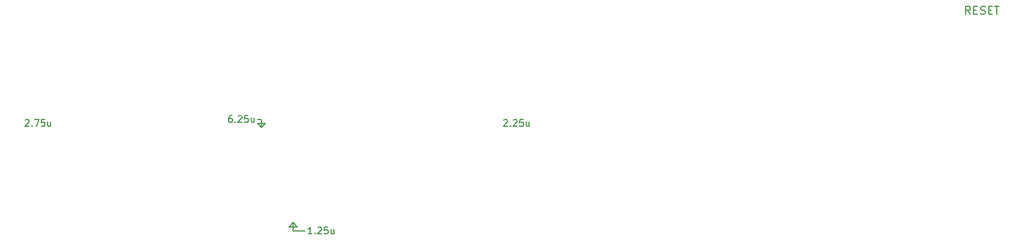
<source format=gbr>
%TF.GenerationSoftware,KiCad,Pcbnew,7.0.1*%
%TF.CreationDate,2023-03-27T00:20:16-04:00*%
%TF.ProjectId,3DP-FR4-hotswap-plate-ANSI,3344502d-4652-4342-9d68-6f7473776170,rev?*%
%TF.SameCoordinates,Original*%
%TF.FileFunction,Legend,Top*%
%TF.FilePolarity,Positive*%
%FSLAX46Y46*%
G04 Gerber Fmt 4.6, Leading zero omitted, Abs format (unit mm)*
G04 Created by KiCad (PCBNEW 7.0.1) date 2023-03-27 00:20:16*
%MOMM*%
%LPD*%
G01*
G04 APERTURE LIST*
%ADD10C,0.150000*%
%ADD11C,0.200000*%
G04 APERTURE END LIST*
D10*
X133111540Y-135461019D02*
X134302166Y-135461019D01*
X138469357Y-151534470D02*
X140255296Y-151534470D01*
X134302166Y-135461019D02*
X133706853Y-136056332D01*
X133706853Y-136056332D02*
X133111540Y-135461019D01*
X139064670Y-150939157D02*
X137874044Y-150939157D01*
X137874044Y-150939157D02*
X138469357Y-150343844D01*
X138469357Y-150343844D02*
X138469357Y-151534470D01*
X138469357Y-150343844D02*
X139064670Y-150939157D01*
X133706853Y-134865706D02*
X133111540Y-134865706D01*
X133706853Y-136056332D02*
X133706853Y-134865706D01*
X98440754Y-135018876D02*
X98488373Y-134971257D01*
X98488373Y-134971257D02*
X98583611Y-134923638D01*
X98583611Y-134923638D02*
X98821706Y-134923638D01*
X98821706Y-134923638D02*
X98916944Y-134971257D01*
X98916944Y-134971257D02*
X98964563Y-135018876D01*
X98964563Y-135018876D02*
X99012182Y-135114114D01*
X99012182Y-135114114D02*
X99012182Y-135209352D01*
X99012182Y-135209352D02*
X98964563Y-135352209D01*
X98964563Y-135352209D02*
X98393135Y-135923638D01*
X98393135Y-135923638D02*
X99012182Y-135923638D01*
X99440754Y-135828399D02*
X99488373Y-135876019D01*
X99488373Y-135876019D02*
X99440754Y-135923638D01*
X99440754Y-135923638D02*
X99393135Y-135876019D01*
X99393135Y-135876019D02*
X99440754Y-135828399D01*
X99440754Y-135828399D02*
X99440754Y-135923638D01*
X99821706Y-134923638D02*
X100488372Y-134923638D01*
X100488372Y-134923638D02*
X100059801Y-135923638D01*
X101345515Y-134923638D02*
X100869325Y-134923638D01*
X100869325Y-134923638D02*
X100821706Y-135399828D01*
X100821706Y-135399828D02*
X100869325Y-135352209D01*
X100869325Y-135352209D02*
X100964563Y-135304590D01*
X100964563Y-135304590D02*
X101202658Y-135304590D01*
X101202658Y-135304590D02*
X101297896Y-135352209D01*
X101297896Y-135352209D02*
X101345515Y-135399828D01*
X101345515Y-135399828D02*
X101393134Y-135495066D01*
X101393134Y-135495066D02*
X101393134Y-135733161D01*
X101393134Y-135733161D02*
X101345515Y-135828399D01*
X101345515Y-135828399D02*
X101297896Y-135876019D01*
X101297896Y-135876019D02*
X101202658Y-135923638D01*
X101202658Y-135923638D02*
X100964563Y-135923638D01*
X100964563Y-135923638D02*
X100869325Y-135876019D01*
X100869325Y-135876019D02*
X100821706Y-135828399D01*
X102250277Y-135256971D02*
X102250277Y-135923638D01*
X101821706Y-135256971D02*
X101821706Y-135780780D01*
X101821706Y-135780780D02*
X101869325Y-135876019D01*
X101869325Y-135876019D02*
X101964563Y-135923638D01*
X101964563Y-135923638D02*
X102107420Y-135923638D01*
X102107420Y-135923638D02*
X102202658Y-135876019D01*
X102202658Y-135876019D02*
X102250277Y-135828399D01*
D11*
X239557143Y-119155142D02*
X239157143Y-118583714D01*
X238871429Y-119155142D02*
X238871429Y-117955142D01*
X238871429Y-117955142D02*
X239328572Y-117955142D01*
X239328572Y-117955142D02*
X239442857Y-118012285D01*
X239442857Y-118012285D02*
X239500000Y-118069428D01*
X239500000Y-118069428D02*
X239557143Y-118183714D01*
X239557143Y-118183714D02*
X239557143Y-118355142D01*
X239557143Y-118355142D02*
X239500000Y-118469428D01*
X239500000Y-118469428D02*
X239442857Y-118526571D01*
X239442857Y-118526571D02*
X239328572Y-118583714D01*
X239328572Y-118583714D02*
X238871429Y-118583714D01*
X240071429Y-118526571D02*
X240471429Y-118526571D01*
X240642857Y-119155142D02*
X240071429Y-119155142D01*
X240071429Y-119155142D02*
X240071429Y-117955142D01*
X240071429Y-117955142D02*
X240642857Y-117955142D01*
X241100000Y-119098000D02*
X241271429Y-119155142D01*
X241271429Y-119155142D02*
X241557143Y-119155142D01*
X241557143Y-119155142D02*
X241671429Y-119098000D01*
X241671429Y-119098000D02*
X241728571Y-119040857D01*
X241728571Y-119040857D02*
X241785714Y-118926571D01*
X241785714Y-118926571D02*
X241785714Y-118812285D01*
X241785714Y-118812285D02*
X241728571Y-118698000D01*
X241728571Y-118698000D02*
X241671429Y-118640857D01*
X241671429Y-118640857D02*
X241557143Y-118583714D01*
X241557143Y-118583714D02*
X241328571Y-118526571D01*
X241328571Y-118526571D02*
X241214286Y-118469428D01*
X241214286Y-118469428D02*
X241157143Y-118412285D01*
X241157143Y-118412285D02*
X241100000Y-118298000D01*
X241100000Y-118298000D02*
X241100000Y-118183714D01*
X241100000Y-118183714D02*
X241157143Y-118069428D01*
X241157143Y-118069428D02*
X241214286Y-118012285D01*
X241214286Y-118012285D02*
X241328571Y-117955142D01*
X241328571Y-117955142D02*
X241614286Y-117955142D01*
X241614286Y-117955142D02*
X241785714Y-118012285D01*
X242300000Y-118526571D02*
X242700000Y-118526571D01*
X242871428Y-119155142D02*
X242300000Y-119155142D01*
X242300000Y-119155142D02*
X242300000Y-117955142D01*
X242300000Y-117955142D02*
X242871428Y-117955142D01*
X243214285Y-117955142D02*
X243900000Y-117955142D01*
X243557142Y-119155142D02*
X243557142Y-117955142D01*
D10*
X129277907Y-134328325D02*
X129087431Y-134328325D01*
X129087431Y-134328325D02*
X128992193Y-134375944D01*
X128992193Y-134375944D02*
X128944574Y-134423563D01*
X128944574Y-134423563D02*
X128849336Y-134566420D01*
X128849336Y-134566420D02*
X128801717Y-134756896D01*
X128801717Y-134756896D02*
X128801717Y-135137848D01*
X128801717Y-135137848D02*
X128849336Y-135233086D01*
X128849336Y-135233086D02*
X128896955Y-135280706D01*
X128896955Y-135280706D02*
X128992193Y-135328325D01*
X128992193Y-135328325D02*
X129182669Y-135328325D01*
X129182669Y-135328325D02*
X129277907Y-135280706D01*
X129277907Y-135280706D02*
X129325526Y-135233086D01*
X129325526Y-135233086D02*
X129373145Y-135137848D01*
X129373145Y-135137848D02*
X129373145Y-134899753D01*
X129373145Y-134899753D02*
X129325526Y-134804515D01*
X129325526Y-134804515D02*
X129277907Y-134756896D01*
X129277907Y-134756896D02*
X129182669Y-134709277D01*
X129182669Y-134709277D02*
X128992193Y-134709277D01*
X128992193Y-134709277D02*
X128896955Y-134756896D01*
X128896955Y-134756896D02*
X128849336Y-134804515D01*
X128849336Y-134804515D02*
X128801717Y-134899753D01*
X129801717Y-135233086D02*
X129849336Y-135280706D01*
X129849336Y-135280706D02*
X129801717Y-135328325D01*
X129801717Y-135328325D02*
X129754098Y-135280706D01*
X129754098Y-135280706D02*
X129801717Y-135233086D01*
X129801717Y-135233086D02*
X129801717Y-135328325D01*
X130230288Y-134423563D02*
X130277907Y-134375944D01*
X130277907Y-134375944D02*
X130373145Y-134328325D01*
X130373145Y-134328325D02*
X130611240Y-134328325D01*
X130611240Y-134328325D02*
X130706478Y-134375944D01*
X130706478Y-134375944D02*
X130754097Y-134423563D01*
X130754097Y-134423563D02*
X130801716Y-134518801D01*
X130801716Y-134518801D02*
X130801716Y-134614039D01*
X130801716Y-134614039D02*
X130754097Y-134756896D01*
X130754097Y-134756896D02*
X130182669Y-135328325D01*
X130182669Y-135328325D02*
X130801716Y-135328325D01*
X131706478Y-134328325D02*
X131230288Y-134328325D01*
X131230288Y-134328325D02*
X131182669Y-134804515D01*
X131182669Y-134804515D02*
X131230288Y-134756896D01*
X131230288Y-134756896D02*
X131325526Y-134709277D01*
X131325526Y-134709277D02*
X131563621Y-134709277D01*
X131563621Y-134709277D02*
X131658859Y-134756896D01*
X131658859Y-134756896D02*
X131706478Y-134804515D01*
X131706478Y-134804515D02*
X131754097Y-134899753D01*
X131754097Y-134899753D02*
X131754097Y-135137848D01*
X131754097Y-135137848D02*
X131706478Y-135233086D01*
X131706478Y-135233086D02*
X131658859Y-135280706D01*
X131658859Y-135280706D02*
X131563621Y-135328325D01*
X131563621Y-135328325D02*
X131325526Y-135328325D01*
X131325526Y-135328325D02*
X131230288Y-135280706D01*
X131230288Y-135280706D02*
X131182669Y-135233086D01*
X132611240Y-134661658D02*
X132611240Y-135328325D01*
X132182669Y-134661658D02*
X132182669Y-135185467D01*
X132182669Y-135185467D02*
X132230288Y-135280706D01*
X132230288Y-135280706D02*
X132325526Y-135328325D01*
X132325526Y-135328325D02*
X132468383Y-135328325D01*
X132468383Y-135328325D02*
X132563621Y-135280706D01*
X132563621Y-135280706D02*
X132611240Y-135233086D01*
X169878314Y-135018876D02*
X169925933Y-134971257D01*
X169925933Y-134971257D02*
X170021171Y-134923638D01*
X170021171Y-134923638D02*
X170259266Y-134923638D01*
X170259266Y-134923638D02*
X170354504Y-134971257D01*
X170354504Y-134971257D02*
X170402123Y-135018876D01*
X170402123Y-135018876D02*
X170449742Y-135114114D01*
X170449742Y-135114114D02*
X170449742Y-135209352D01*
X170449742Y-135209352D02*
X170402123Y-135352209D01*
X170402123Y-135352209D02*
X169830695Y-135923638D01*
X169830695Y-135923638D02*
X170449742Y-135923638D01*
X170878314Y-135828399D02*
X170925933Y-135876019D01*
X170925933Y-135876019D02*
X170878314Y-135923638D01*
X170878314Y-135923638D02*
X170830695Y-135876019D01*
X170830695Y-135876019D02*
X170878314Y-135828399D01*
X170878314Y-135828399D02*
X170878314Y-135923638D01*
X171306885Y-135018876D02*
X171354504Y-134971257D01*
X171354504Y-134971257D02*
X171449742Y-134923638D01*
X171449742Y-134923638D02*
X171687837Y-134923638D01*
X171687837Y-134923638D02*
X171783075Y-134971257D01*
X171783075Y-134971257D02*
X171830694Y-135018876D01*
X171830694Y-135018876D02*
X171878313Y-135114114D01*
X171878313Y-135114114D02*
X171878313Y-135209352D01*
X171878313Y-135209352D02*
X171830694Y-135352209D01*
X171830694Y-135352209D02*
X171259266Y-135923638D01*
X171259266Y-135923638D02*
X171878313Y-135923638D01*
X172783075Y-134923638D02*
X172306885Y-134923638D01*
X172306885Y-134923638D02*
X172259266Y-135399828D01*
X172259266Y-135399828D02*
X172306885Y-135352209D01*
X172306885Y-135352209D02*
X172402123Y-135304590D01*
X172402123Y-135304590D02*
X172640218Y-135304590D01*
X172640218Y-135304590D02*
X172735456Y-135352209D01*
X172735456Y-135352209D02*
X172783075Y-135399828D01*
X172783075Y-135399828D02*
X172830694Y-135495066D01*
X172830694Y-135495066D02*
X172830694Y-135733161D01*
X172830694Y-135733161D02*
X172783075Y-135828399D01*
X172783075Y-135828399D02*
X172735456Y-135876019D01*
X172735456Y-135876019D02*
X172640218Y-135923638D01*
X172640218Y-135923638D02*
X172402123Y-135923638D01*
X172402123Y-135923638D02*
X172306885Y-135876019D01*
X172306885Y-135876019D02*
X172259266Y-135828399D01*
X173687837Y-135256971D02*
X173687837Y-135923638D01*
X173259266Y-135256971D02*
X173259266Y-135780780D01*
X173259266Y-135780780D02*
X173306885Y-135876019D01*
X173306885Y-135876019D02*
X173402123Y-135923638D01*
X173402123Y-135923638D02*
X173544980Y-135923638D01*
X173544980Y-135923638D02*
X173640218Y-135876019D01*
X173640218Y-135876019D02*
X173687837Y-135828399D01*
X141279405Y-151997089D02*
X140707977Y-151997089D01*
X140993691Y-151997089D02*
X140993691Y-150997089D01*
X140993691Y-150997089D02*
X140898453Y-151139946D01*
X140898453Y-151139946D02*
X140803215Y-151235184D01*
X140803215Y-151235184D02*
X140707977Y-151282803D01*
X141707977Y-151901850D02*
X141755596Y-151949470D01*
X141755596Y-151949470D02*
X141707977Y-151997089D01*
X141707977Y-151997089D02*
X141660358Y-151949470D01*
X141660358Y-151949470D02*
X141707977Y-151901850D01*
X141707977Y-151901850D02*
X141707977Y-151997089D01*
X142136548Y-151092327D02*
X142184167Y-151044708D01*
X142184167Y-151044708D02*
X142279405Y-150997089D01*
X142279405Y-150997089D02*
X142517500Y-150997089D01*
X142517500Y-150997089D02*
X142612738Y-151044708D01*
X142612738Y-151044708D02*
X142660357Y-151092327D01*
X142660357Y-151092327D02*
X142707976Y-151187565D01*
X142707976Y-151187565D02*
X142707976Y-151282803D01*
X142707976Y-151282803D02*
X142660357Y-151425660D01*
X142660357Y-151425660D02*
X142088929Y-151997089D01*
X142088929Y-151997089D02*
X142707976Y-151997089D01*
X143612738Y-150997089D02*
X143136548Y-150997089D01*
X143136548Y-150997089D02*
X143088929Y-151473279D01*
X143088929Y-151473279D02*
X143136548Y-151425660D01*
X143136548Y-151425660D02*
X143231786Y-151378041D01*
X143231786Y-151378041D02*
X143469881Y-151378041D01*
X143469881Y-151378041D02*
X143565119Y-151425660D01*
X143565119Y-151425660D02*
X143612738Y-151473279D01*
X143612738Y-151473279D02*
X143660357Y-151568517D01*
X143660357Y-151568517D02*
X143660357Y-151806612D01*
X143660357Y-151806612D02*
X143612738Y-151901850D01*
X143612738Y-151901850D02*
X143565119Y-151949470D01*
X143565119Y-151949470D02*
X143469881Y-151997089D01*
X143469881Y-151997089D02*
X143231786Y-151997089D01*
X143231786Y-151997089D02*
X143136548Y-151949470D01*
X143136548Y-151949470D02*
X143088929Y-151901850D01*
X144517500Y-151330422D02*
X144517500Y-151997089D01*
X144088929Y-151330422D02*
X144088929Y-151854231D01*
X144088929Y-151854231D02*
X144136548Y-151949470D01*
X144136548Y-151949470D02*
X144231786Y-151997089D01*
X144231786Y-151997089D02*
X144374643Y-151997089D01*
X144374643Y-151997089D02*
X144469881Y-151949470D01*
X144469881Y-151949470D02*
X144517500Y-151901850D01*
M02*

</source>
